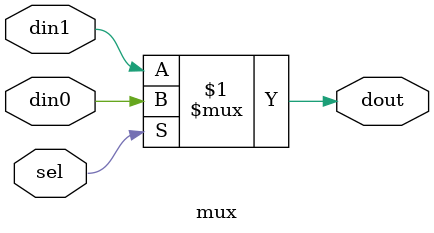
<source format=v>

module mux(
	input din0,
	input din1,
	input sel,
	output dout);
assign dout = (sel)? din0:din1;
endmodule
</source>
